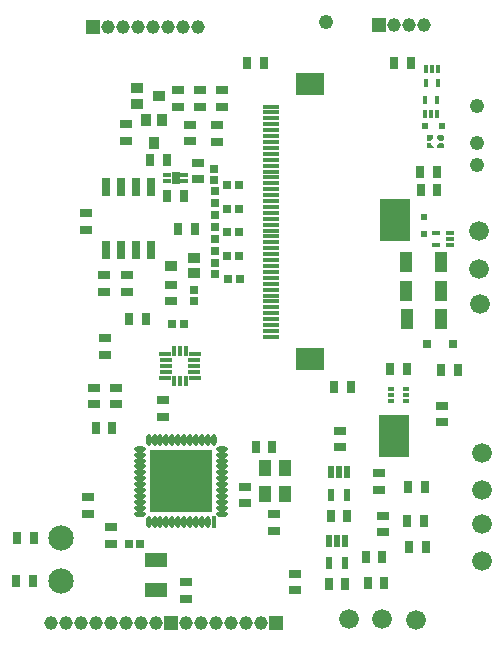
<source format=gbs>
%FSLAX25Y25*%
%MOIN*%
G70*
G01*
G75*
G04 Layer_Color=16711935*
%ADD10C,0.00866*%
%ADD11R,0.07087X0.03937*%
G04:AMPARAMS|DCode=12|XSize=31.5mil|YSize=66.93mil|CornerRadius=0mil|HoleSize=0mil|Usage=FLASHONLY|Rotation=45.000|XOffset=0mil|YOffset=0mil|HoleType=Round|Shape=Rectangle|*
%AMROTATEDRECTD12*
4,1,4,0.01253,-0.03480,-0.03480,0.01253,-0.01253,0.03480,0.03480,-0.01253,0.01253,-0.03480,0.0*
%
%ADD12ROTATEDRECTD12*%

%ADD13R,0.01654X0.02362*%
%ADD14R,0.03543X0.02756*%
%ADD15R,0.02756X0.02362*%
%ADD16R,0.02756X0.03937*%
%ADD17R,0.07402X0.06614*%
%ADD18O,0.01575X0.06299*%
%ADD19R,0.04331X0.03937*%
%ADD20R,0.01575X0.01575*%
%ADD21R,0.02362X0.01654*%
G04:AMPARAMS|DCode=22|XSize=31.5mil|YSize=66.93mil|CornerRadius=0mil|HoleSize=0mil|Usage=FLASHONLY|Rotation=135.000|XOffset=0mil|YOffset=0mil|HoleType=Round|Shape=Rectangle|*
%AMROTATEDRECTD22*
4,1,4,0.03480,0.01253,-0.01253,-0.03480,-0.03480,-0.01253,0.01253,0.03480,0.03480,0.01253,0.0*
%
%ADD22ROTATEDRECTD22*%

%ADD23R,0.03543X0.02362*%
%ADD24R,0.02362X0.03543*%
%ADD25R,0.03937X0.04331*%
%ADD26C,0.02000*%
%ADD27C,0.01200*%
%ADD28C,0.01000*%
%ADD29C,0.02500*%
%ADD30C,0.05000*%
%ADD31C,0.00800*%
%ADD32C,0.03000*%
%ADD33C,0.01500*%
%ADD34C,0.04200*%
%ADD35C,0.06000*%
%ADD36C,0.07874*%
%ADD37C,0.03937*%
%ADD38R,0.03937X0.03937*%
%ADD39C,0.02600*%
%ADD40C,0.03000*%
%ADD41C,0.02400*%
%ADD42C,0.03400*%
%ADD43C,0.05000*%
%ADD44C,0.04000*%
%ADD45C,0.04900*%
G04:AMPARAMS|DCode=46|XSize=65mil|YSize=65mil|CornerRadius=0mil|HoleSize=0mil|Usage=FLASHONLY|Rotation=0.000|XOffset=0mil|YOffset=0mil|HoleType=Round|Shape=Relief|Width=8mil|Gap=10mil|Entries=4|*
%AMTHD46*
7,0,0,0.06500,0.04500,0.00800,45*
%
%ADD46THD46*%
%ADD47C,0.06400*%
%ADD48C,0.08306*%
%ADD49C,0.04762*%
G04:AMPARAMS|DCode=50|XSize=63.622mil|YSize=63.622mil|CornerRadius=0mil|HoleSize=0mil|Usage=FLASHONLY|Rotation=0.000|XOffset=0mil|YOffset=0mil|HoleType=Round|Shape=Relief|Width=8mil|Gap=10mil|Entries=4|*
%AMTHD50*
7,0,0,0.06362,0.04362,0.00800,45*
%
%ADD50THD50*%
G04:AMPARAMS|DCode=51|XSize=80mil|YSize=80mil|CornerRadius=0mil|HoleSize=0mil|Usage=FLASHONLY|Rotation=0.000|XOffset=0mil|YOffset=0mil|HoleType=Round|Shape=Relief|Width=8mil|Gap=10mil|Entries=4|*
%AMTHD51*
7,0,0,0.08000,0.06000,0.00800,45*
%
%ADD51THD51*%
G04:AMPARAMS|DCode=52|XSize=50mil|YSize=50mil|CornerRadius=0mil|HoleSize=0mil|Usage=FLASHONLY|Rotation=0.000|XOffset=0mil|YOffset=0mil|HoleType=Round|Shape=Relief|Width=8mil|Gap=10mil|Entries=4|*
%AMTHD52*
7,0,0,0.05000,0.03000,0.00800,45*
%
%ADD52THD52*%
%ADD53C,0.04000*%
G04:AMPARAMS|DCode=54|XSize=56mil|YSize=56mil|CornerRadius=0mil|HoleSize=0mil|Usage=FLASHONLY|Rotation=0.000|XOffset=0mil|YOffset=0mil|HoleType=Round|Shape=Relief|Width=8mil|Gap=10mil|Entries=4|*
%AMTHD54*
7,0,0,0.05600,0.03600,0.00800,45*
%
%ADD54THD54*%
%ADD55C,0.03200*%
%ADD56C,0.04400*%
%ADD57C,0.05200*%
%ADD58R,0.03543X0.04724*%
%ADD59R,0.07087X0.03937*%
%ADD60R,0.01102X0.01969*%
%ADD61R,0.02362X0.05512*%
%ADD62R,0.02165X0.01181*%
%ADD63R,0.01969X0.03386*%
%ADD64R,0.02559X0.02559*%
%ADD65R,0.01882X0.01181*%
%ADD66R,0.01575X0.03622*%
%ADD67R,0.05118X0.00984*%
%ADD68O,0.05118X0.00984*%
%ADD69R,0.08661X0.07087*%
%ADD70R,0.09843X0.13780*%
%ADD71R,0.01181X0.03150*%
%ADD72R,0.03642X0.01181*%
%ADD73R,0.03422X0.01181*%
%ADD74C,0.00787*%
%ADD75R,0.20276X0.20276*%
%ADD76O,0.03347X0.01102*%
%ADD77O,0.01102X0.03347*%
%ADD78R,0.01102X0.03347*%
%ADD79R,0.03543X0.06299*%
%ADD80R,0.01969X0.02362*%
%ADD81R,0.02756X0.03543*%
%ADD82R,0.02362X0.01969*%
%ADD83R,0.01969X0.01102*%
%ADD84R,0.01575X0.01575*%
%ADD85C,0.00900*%
%ADD86C,0.00600*%
%ADD87P,0.02895X4X90.0*%
%ADD88C,0.00394*%
%ADD89C,0.00500*%
%ADD90C,0.00984*%
%ADD91C,0.00787*%
%ADD92C,0.00300*%
%ADD93C,0.00421*%
%ADD94C,0.00420*%
%ADD95C,0.00417*%
%ADD96C,0.01466*%
%ADD97R,0.07687X0.04537*%
G04:AMPARAMS|DCode=98|XSize=37.5mil|YSize=72.93mil|CornerRadius=0mil|HoleSize=0mil|Usage=FLASHONLY|Rotation=45.000|XOffset=0mil|YOffset=0mil|HoleType=Round|Shape=Rectangle|*
%AMROTATEDRECTD98*
4,1,4,0.01253,-0.03904,-0.03904,0.01253,-0.01253,0.03904,0.03904,-0.01253,0.01253,-0.03904,0.0*
%
%ADD98ROTATEDRECTD98*%

%ADD99R,0.02254X0.02962*%
%ADD100R,0.04143X0.03356*%
%ADD101R,0.03356X0.02962*%
%ADD102R,0.03356X0.04537*%
%ADD103R,0.08002X0.07214*%
%ADD104O,0.02175X0.06899*%
%ADD105R,0.04931X0.04537*%
%ADD106R,0.02175X0.02175*%
%ADD107R,0.02962X0.02254*%
G04:AMPARAMS|DCode=108|XSize=37.5mil|YSize=72.93mil|CornerRadius=0mil|HoleSize=0mil|Usage=FLASHONLY|Rotation=135.000|XOffset=0mil|YOffset=0mil|HoleType=Round|Shape=Rectangle|*
%AMROTATEDRECTD108*
4,1,4,0.03904,0.01253,-0.01253,-0.03904,-0.03904,-0.01253,0.01253,0.03904,0.03904,0.01253,0.0*
%
%ADD108ROTATEDRECTD108*%

%ADD109R,0.04143X0.02962*%
%ADD110R,0.02962X0.04143*%
%ADD111R,0.04537X0.04931*%
%ADD112C,0.04800*%
%ADD113C,0.06600*%
%ADD114C,0.04537*%
%ADD115R,0.04537X0.04537*%
%ADD116R,0.04143X0.05324*%
%ADD117R,0.07687X0.04537*%
%ADD118R,0.01702X0.02569*%
%ADD119R,0.02962X0.06112*%
%ADD120R,0.02765X0.01781*%
%ADD121R,0.02569X0.03986*%
%ADD122R,0.03159X0.03159*%
%ADD123R,0.02482X0.01781*%
%ADD124R,0.02175X0.04222*%
%ADD125R,0.05718X0.01584*%
%ADD126O,0.05718X0.01584*%
%ADD127R,0.09261X0.07687*%
%ADD128R,0.10443X0.14379*%
%ADD129R,0.01781X0.03750*%
%ADD130R,0.04242X0.01781*%
%ADD131R,0.04022X0.01781*%
%ADD132R,0.20876X0.20876*%
%ADD133O,0.03947X0.01702*%
%ADD134O,0.01702X0.03947*%
%ADD135R,0.01702X0.03947*%
%ADD136R,0.04143X0.06899*%
%ADD137R,0.02569X0.02962*%
%ADD138R,0.03356X0.04143*%
%ADD139R,0.02962X0.02569*%
%ADD140R,0.02569X0.01702*%
%ADD141R,0.02175X0.02175*%
%ADD142C,0.08474*%
G36*
X311939Y164374D02*
X311960Y164373D01*
X311963Y164372D01*
X311965Y164372D01*
X311986Y164367D01*
X312006Y164362D01*
X312009Y164362D01*
X312011Y164361D01*
X312030Y164353D01*
X312050Y164345D01*
X312052Y164344D01*
X312054Y164343D01*
X312073Y164332D01*
X312091Y164321D01*
X312093Y164320D01*
X312095Y164318D01*
X312111Y164304D01*
X312127Y164291D01*
X312129Y164289D01*
X312131Y164288D01*
X312144Y164271D01*
X312159Y164255D01*
X313044Y163074D01*
X313046Y163072D01*
X313047Y163071D01*
X313058Y163052D01*
X313070Y163034D01*
X313071Y163032D01*
X313072Y163030D01*
X313080Y163011D01*
X313088Y162991D01*
X313089Y162989D01*
X313090Y162987D01*
X313095Y162966D01*
X313100Y162945D01*
X313100Y162943D01*
X313101Y162941D01*
X313103Y162920D01*
X313105Y162898D01*
X313104Y162896D01*
X313105Y162894D01*
X313103Y162873D01*
X313102Y162851D01*
X313101Y162849D01*
X313101Y162847D01*
X313096Y162826D01*
X313091Y162805D01*
X313090Y162803D01*
X313090Y162801D01*
X313082Y162781D01*
X313074Y162761D01*
X313073Y162759D01*
X313072Y162757D01*
X313060Y162739D01*
X313050Y162721D01*
X313048Y162719D01*
X313047Y162717D01*
X313033Y162701D01*
X313020Y162684D01*
X313018Y162683D01*
X313016Y162681D01*
X313000Y162667D01*
X312984Y162653D01*
X312982Y162652D01*
X312981Y162650D01*
X312962Y162639D01*
X312944Y162628D01*
X312942Y162627D01*
X312940Y162626D01*
X312921Y162617D01*
X312901Y162609D01*
X312899Y162608D01*
X312897Y162608D01*
X312876Y162602D01*
X312855Y162597D01*
X312853Y162597D01*
X312851Y162596D01*
X312830Y162595D01*
X312808Y162593D01*
X312806Y162593D01*
X312804Y162593D01*
X311032D01*
X310985Y162596D01*
X310939Y162608D01*
X310895Y162626D01*
X310855Y162650D01*
X310819Y162681D01*
X310788Y162717D01*
X310764Y162757D01*
X310746Y162801D01*
X310735Y162847D01*
X310731Y162894D01*
Y164075D01*
X310735Y164122D01*
X310746Y164168D01*
X310764Y164211D01*
X310788Y164252D01*
X310819Y164288D01*
X310855Y164318D01*
X310895Y164343D01*
X310939Y164361D01*
X310985Y164372D01*
X311032Y164376D01*
X311918D01*
X311939Y164374D01*
D02*
G37*
G36*
X316197Y164372D02*
X316243Y164361D01*
X316287Y164343D01*
X316327Y164318D01*
X316363Y164288D01*
X316394Y164252D01*
X316418Y164211D01*
X316436Y164168D01*
X316447Y164122D01*
X316451Y164075D01*
Y162894D01*
X316447Y162847D01*
X316436Y162801D01*
X316418Y162757D01*
X316394Y162717D01*
X316363Y162681D01*
X316327Y162650D01*
X316287Y162626D01*
X316243Y162608D01*
X316197Y162596D01*
X316150Y162593D01*
X314477D01*
X314430Y162596D01*
X314384Y162608D01*
X314340Y162626D01*
X314300Y162650D01*
X314264Y162681D01*
X314233Y162717D01*
X314209Y162757D01*
X314191Y162801D01*
X314180Y162847D01*
X314176Y162894D01*
Y163287D01*
X314180Y163335D01*
X314191Y163380D01*
X314209Y163424D01*
X314233Y163464D01*
X314264Y163500D01*
X315052Y164288D01*
X315087Y164318D01*
X315128Y164343D01*
X315171Y164361D01*
X315217Y164372D01*
X315264Y164376D01*
X316150D01*
X316197Y164372D01*
D02*
G37*
G36*
Y166931D02*
X316243Y166920D01*
X316287Y166902D01*
X316327Y166877D01*
X316363Y166847D01*
X316394Y166811D01*
X316418Y166771D01*
X316436Y166727D01*
X316447Y166681D01*
X316451Y166634D01*
Y165453D01*
X316447Y165406D01*
X316436Y165360D01*
X316418Y165316D01*
X316394Y165276D01*
X316363Y165240D01*
X316327Y165209D01*
X316287Y165185D01*
X316243Y165167D01*
X316197Y165155D01*
X316150Y165152D01*
X315264D01*
X315217Y165155D01*
X315171Y165167D01*
X315128Y165185D01*
X315087Y165209D01*
X315052Y165240D01*
X314264Y166027D01*
X314233Y166063D01*
X314209Y166103D01*
X314191Y166147D01*
X314180Y166193D01*
X314176Y166240D01*
Y166634D01*
X314180Y166681D01*
X314191Y166727D01*
X314209Y166771D01*
X314233Y166811D01*
X314264Y166847D01*
X314300Y166877D01*
X314340Y166902D01*
X314384Y166920D01*
X314430Y166931D01*
X314477Y166935D01*
X316150D01*
X316197Y166931D01*
D02*
G37*
G36*
X312752D02*
X312798Y166920D01*
X312842Y166902D01*
X312882Y166877D01*
X312918Y166847D01*
X312949Y166811D01*
X312973Y166771D01*
X312991Y166727D01*
X313002Y166681D01*
X313006Y166634D01*
Y166240D01*
X313002Y166193D01*
X312991Y166147D01*
X312973Y166103D01*
X312949Y166063D01*
X312918Y166027D01*
X312131Y165240D01*
X312095Y165209D01*
X312054Y165185D01*
X312011Y165167D01*
X311965Y165155D01*
X311918Y165152D01*
X311032D01*
X310985Y165155D01*
X310939Y165167D01*
X310895Y165185D01*
X310855Y165209D01*
X310819Y165240D01*
X310788Y165276D01*
X310764Y165316D01*
X310746Y165360D01*
X310735Y165406D01*
X310731Y165453D01*
Y166634D01*
X310735Y166681D01*
X310746Y166727D01*
X310764Y166771D01*
X310788Y166811D01*
X310819Y166847D01*
X310855Y166877D01*
X310895Y166902D01*
X310939Y166920D01*
X310985Y166931D01*
X311032Y166935D01*
X312705D01*
X312752Y166931D01*
D02*
G37*
D74*
X311623Y163484D02*
D03*
Y166043D02*
D03*
X315560D02*
D03*
Y163386D02*
D03*
D100*
X233202Y126083D02*
D03*
Y120965D02*
D03*
X225722Y123524D02*
D03*
X214075Y177559D02*
D03*
Y182677D02*
D03*
X221555Y180118D02*
D03*
D106*
X315756Y170000D02*
D03*
X310244D02*
D03*
D109*
X198031Y40846D02*
D03*
Y46358D02*
D03*
X316043Y76870D02*
D03*
Y71358D02*
D03*
X250098Y49803D02*
D03*
Y44291D02*
D03*
X205413Y36417D02*
D03*
Y30906D02*
D03*
X223000Y78756D02*
D03*
Y73244D02*
D03*
X296260Y40157D02*
D03*
Y34646D02*
D03*
X294882Y48819D02*
D03*
Y54331D02*
D03*
X242717Y176575D02*
D03*
Y182087D02*
D03*
X210512Y170756D02*
D03*
Y165244D02*
D03*
X240748Y164764D02*
D03*
Y170276D02*
D03*
X227953Y182087D02*
D03*
Y176575D02*
D03*
X235236D02*
D03*
Y182087D02*
D03*
X225689Y111713D02*
D03*
Y117224D02*
D03*
X231791Y170571D02*
D03*
Y165059D02*
D03*
X267028Y20768D02*
D03*
Y15256D02*
D03*
X234449Y157776D02*
D03*
Y152264D02*
D03*
X203346Y114764D02*
D03*
Y120276D02*
D03*
X203543Y93898D02*
D03*
Y99410D02*
D03*
X259941Y40748D02*
D03*
Y35236D02*
D03*
X281988Y68504D02*
D03*
Y62992D02*
D03*
X230709Y18012D02*
D03*
Y12500D02*
D03*
X210827Y114764D02*
D03*
Y120276D02*
D03*
X197244Y140945D02*
D03*
Y135433D02*
D03*
X200000Y82874D02*
D03*
Y77362D02*
D03*
X207087Y77264D02*
D03*
Y82776D02*
D03*
D110*
X179559Y18520D02*
D03*
X174047D02*
D03*
X314231Y154724D02*
D03*
X308719D02*
D03*
X229823Y146850D02*
D03*
X224311D02*
D03*
X224114Y158661D02*
D03*
X218602D02*
D03*
X321063Y88878D02*
D03*
X315551D02*
D03*
X298622Y88976D02*
D03*
X304134D02*
D03*
X285531Y83071D02*
D03*
X280020D02*
D03*
X256398Y190945D02*
D03*
X250886D02*
D03*
X305413D02*
D03*
X299902D02*
D03*
X253740Y62992D02*
D03*
X259252D02*
D03*
X310433Y29626D02*
D03*
X304921D02*
D03*
X310138Y49803D02*
D03*
X304626D02*
D03*
X278150Y17421D02*
D03*
X283661D02*
D03*
X284252Y40059D02*
D03*
X278740D02*
D03*
X296654Y17618D02*
D03*
X291142D02*
D03*
X290453Y26280D02*
D03*
X295965D02*
D03*
X304331Y38500D02*
D03*
X309842D02*
D03*
X308867Y148622D02*
D03*
X314378D02*
D03*
X228051Y135827D02*
D03*
X233563D02*
D03*
X211713Y105807D02*
D03*
X217224D02*
D03*
X206004Y69587D02*
D03*
X200492D02*
D03*
X174390Y32661D02*
D03*
X179901D02*
D03*
D112*
X327628Y176673D02*
D03*
Y164272D02*
D03*
X327628Y157000D02*
D03*
X277362Y204626D02*
D03*
D113*
X329213Y48917D02*
D03*
X328248Y122343D02*
D03*
X329213Y61000D02*
D03*
X328150Y135039D02*
D03*
X296000Y5640D02*
D03*
X285000D02*
D03*
X307087Y5512D02*
D03*
X328420Y110806D02*
D03*
X329331Y37303D02*
D03*
X329213Y25197D02*
D03*
D114*
X185512Y4534D02*
D03*
X190512D02*
D03*
X195512D02*
D03*
X200512D02*
D03*
X205512D02*
D03*
X210512D02*
D03*
X215512D02*
D03*
X220512D02*
D03*
X204409Y203201D02*
D03*
X209409D02*
D03*
X214409D02*
D03*
X219409D02*
D03*
X224410D02*
D03*
X229410D02*
D03*
X234409D02*
D03*
X230512Y4534D02*
D03*
X235512D02*
D03*
X240512D02*
D03*
X245512D02*
D03*
X250512D02*
D03*
X255512D02*
D03*
X309784Y203839D02*
D03*
X304784D02*
D03*
X299783D02*
D03*
D115*
X225512Y4534D02*
D03*
X199409Y203201D02*
D03*
X260512Y4534D02*
D03*
X294783Y203839D02*
D03*
D116*
X256988Y47343D02*
D03*
X263681D02*
D03*
Y56004D02*
D03*
X256988D02*
D03*
D117*
X220669Y15551D02*
D03*
Y25394D02*
D03*
D118*
X314254Y174000D02*
D03*
X312285D02*
D03*
X310317D02*
D03*
X314254Y178724D02*
D03*
X310317D02*
D03*
X310500Y189000D02*
D03*
X312469D02*
D03*
X314437D02*
D03*
X310500Y184276D02*
D03*
X314437D02*
D03*
D119*
X213917Y128642D02*
D03*
X203917D02*
D03*
X218917Y149902D02*
D03*
X213917D02*
D03*
X218917Y128642D02*
D03*
X208917D02*
D03*
X203917Y149902D02*
D03*
X208917D02*
D03*
D120*
X224213Y153740D02*
D03*
Y151772D02*
D03*
X229921Y151772D02*
D03*
Y153740D02*
D03*
D121*
X227067Y152756D02*
D03*
D122*
X311024Y97342D02*
D03*
X319685D02*
D03*
D123*
X298866Y78347D02*
D03*
Y80315D02*
D03*
Y82284D02*
D03*
X303890Y78347D02*
D03*
Y80315D02*
D03*
Y82284D02*
D03*
D124*
X279035Y47146D02*
D03*
X284154D02*
D03*
Y54626D02*
D03*
X281594D02*
D03*
X279035D02*
D03*
X278346Y31890D02*
D03*
X280906D02*
D03*
X283465D02*
D03*
Y24409D02*
D03*
X278346D02*
D03*
D125*
X258957Y99803D02*
D03*
Y117520D02*
D03*
Y137205D02*
D03*
Y156890D02*
D03*
Y176575D02*
D03*
D126*
Y101772D02*
D03*
Y103740D02*
D03*
Y105709D02*
D03*
Y107677D02*
D03*
Y109646D02*
D03*
Y111614D02*
D03*
Y113583D02*
D03*
Y115551D02*
D03*
Y119488D02*
D03*
Y121457D02*
D03*
Y123425D02*
D03*
Y125394D02*
D03*
Y127362D02*
D03*
Y129331D02*
D03*
Y131299D02*
D03*
Y133268D02*
D03*
Y135236D02*
D03*
Y139173D02*
D03*
Y141142D02*
D03*
Y143110D02*
D03*
Y145079D02*
D03*
Y147047D02*
D03*
Y149016D02*
D03*
Y150984D02*
D03*
Y152953D02*
D03*
Y154921D02*
D03*
Y158858D02*
D03*
Y160827D02*
D03*
Y162795D02*
D03*
Y164764D02*
D03*
Y166732D02*
D03*
Y168701D02*
D03*
Y170669D02*
D03*
Y172638D02*
D03*
Y174606D02*
D03*
D127*
X271752Y92323D02*
D03*
Y184055D02*
D03*
D128*
X300295Y138681D02*
D03*
X299803Y66831D02*
D03*
D129*
X230512Y95177D02*
D03*
X228543D02*
D03*
X226575D02*
D03*
X230512Y85138D02*
D03*
X228543D02*
D03*
X226575D02*
D03*
D130*
X233317Y90158D02*
D03*
Y88189D02*
D03*
Y92126D02*
D03*
X223770D02*
D03*
Y88189D02*
D03*
Y90158D02*
D03*
D131*
X223660Y86221D02*
D03*
X233427Y94095D02*
D03*
X223660D02*
D03*
X233427Y86221D02*
D03*
D132*
X228937Y51673D02*
D03*
D133*
X242618Y40846D02*
D03*
Y42815D02*
D03*
Y44783D02*
D03*
Y46752D02*
D03*
Y48720D02*
D03*
Y50689D02*
D03*
Y52658D02*
D03*
Y54626D02*
D03*
Y56595D02*
D03*
Y58563D02*
D03*
Y60532D02*
D03*
Y62500D02*
D03*
X215256D02*
D03*
Y60532D02*
D03*
Y58563D02*
D03*
Y56595D02*
D03*
Y54626D02*
D03*
Y52658D02*
D03*
Y50689D02*
D03*
Y48720D02*
D03*
Y46752D02*
D03*
Y44783D02*
D03*
Y42815D02*
D03*
Y40846D02*
D03*
D134*
X239764Y65354D02*
D03*
X237795D02*
D03*
X235827D02*
D03*
X233858D02*
D03*
X231890D02*
D03*
X229921D02*
D03*
X227953D02*
D03*
X225984D02*
D03*
X224016D02*
D03*
X222047D02*
D03*
X220079D02*
D03*
X218110D02*
D03*
Y37992D02*
D03*
X220079D02*
D03*
X222047D02*
D03*
X224016D02*
D03*
X225984D02*
D03*
X227953D02*
D03*
X229921D02*
D03*
X231890D02*
D03*
X233858D02*
D03*
X235827D02*
D03*
X237795D02*
D03*
D135*
X239764D02*
D03*
D136*
X315453Y124705D02*
D03*
X304035D02*
D03*
X315484Y105610D02*
D03*
X304067D02*
D03*
X315453Y115157D02*
D03*
X304035D02*
D03*
D137*
X225886Y103937D02*
D03*
X229823D02*
D03*
X211417Y30906D02*
D03*
X215354D02*
D03*
X244498Y119000D02*
D03*
X248435D02*
D03*
X248323Y126712D02*
D03*
X244386D02*
D03*
X248323Y134612D02*
D03*
X244386D02*
D03*
X248323Y142412D02*
D03*
X244386D02*
D03*
X244386Y150312D02*
D03*
X248323D02*
D03*
D138*
X219882Y164469D02*
D03*
X222441Y171949D02*
D03*
X217323D02*
D03*
D139*
X239961Y151969D02*
D03*
Y155905D02*
D03*
X240354Y120643D02*
D03*
Y124580D02*
D03*
Y128543D02*
D03*
Y132480D02*
D03*
Y136443D02*
D03*
Y140380D02*
D03*
Y144343D02*
D03*
Y148280D02*
D03*
X233202Y115551D02*
D03*
Y111614D02*
D03*
D140*
X313779Y130512D02*
D03*
Y134449D02*
D03*
X318504Y130512D02*
D03*
Y132480D02*
D03*
Y134449D02*
D03*
D141*
X309784Y139756D02*
D03*
Y134244D02*
D03*
D142*
X188878Y32661D02*
D03*
Y18520D02*
D03*
M02*

</source>
